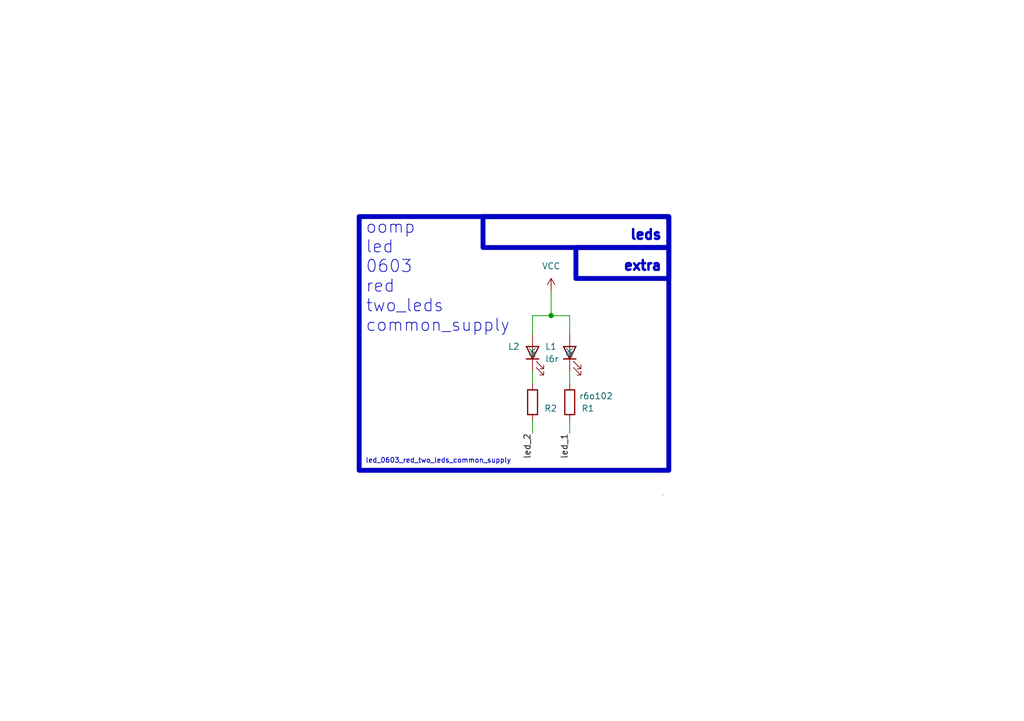
<source format=kicad_sch>
(kicad_sch (version 20230121) (generator eeschema)
  (paper "A5")
  (lib_symbols
    (symbol "oomlout_oomp_part_symbols:l6r_electronic_led_0603_red" (pin_numbers hide) (pin_names (offset 1.016))
      (property "Reference" "L" (at 0 2.54 0))
      (property "Value" "l6r_electronic_led_0603_red" (at 0 -2.54 0))
      (symbol "l6r_electronic_led_0603_red_0_1"
        (polyline (pts (xy -1.27 -1.27) (xy -1.27 1.27)) (stroke (width 0.254)))
        (polyline (pts (xy -1.27 0) (xy 1.27 0)))
        (polyline (pts (xy 1.27 -1.27) (xy 1.27 1.27) (xy -1.27 0) (xy 1.27 -1.27)) (stroke (width 0.254)))
        (polyline (pts (xy -3.048 -0.762) (xy -4.572 -2.286) (xy -3.81 -2.286) (xy -4.572 -2.286) (xy -4.572 -1.524)))
        (polyline (pts (xy -1.778 -0.762) (xy -3.302 -2.286) (xy -2.54 -2.286) (xy -3.302 -2.286) (xy -3.302 -1.524)))
      )
      (symbol "l6r_electronic_led_0603_red_1_1"
        (pin passive line (at -3.81 0 0) (length 2.54) (name "K") (number "1"))
        (pin passive line (at 3.81 0 180) (length 2.54) (name "A") (number "2"))
      )
    )
    (symbol "oomlout_oomp_part_symbols:r6o102_electronic_resistor_0603_1000_ohm" (pin_numbers hide) (pin_names (offset 0))
      (property "Reference" "R" (at 2.032 0 90))
      (property "Value" "r6o102_electronic_resistor_0603_1000_ohm" (at 0 0 90))
      (symbol "r6o102_electronic_resistor_0603_1000_ohm_0_1"
        (rectangle (start -1.016 -2.54) (end 1.016 2.54) (stroke (width 0.254)))
      )
      (symbol "r6o102_electronic_resistor_0603_1000_ohm_1_1"
        (pin passive line (at 0 3.81 270) (length 1.27) (name "~") (number "1"))
        (pin passive line (at 0 -3.81 90) (length 1.27) (name "~") (number "2"))
      )
    )
    (symbol "power:VCC" (power) (pin_names (offset 0))
      (property "Value" "VCC" (at 0 3.81 0))
      (symbol "VCC_0_1"
        (polyline (pts (xy -0.762 1.27) (xy 0 2.54)))
        (polyline (pts (xy 0 0) (xy 0 2.54)))
        (polyline (pts (xy 0 2.54) (xy 0.762 1.27)))
      )
      (symbol "VCC_1_1"
        (pin power_in line (at 0 0 90) (length 0) hide (name "VCC") (number "1"))
      )
    )
  )
  (junction (at 113.03 64.77))
  (wire (pts (xy 109.22 88.9) (xy 109.22 86.36)))
  (wire (pts (xy 116.84 78.74) (xy 116.84 76.2)))
  (wire (pts (xy 113.03 64.77) (xy 113.03 59.69)))
  (wire (pts (xy 116.84 68.58) (xy 116.84 64.77)))
  (wire (pts (xy 116.84 88.9) (xy 116.84 86.36)))
  (wire (pts (xy 109.22 78.74) (xy 109.22 76.2)))
  (wire (pts (xy 116.84 64.77) (xy 113.03 64.77)))
  (wire (pts (xy 109.22 68.58) (xy 109.22 64.77)))
  (wire (pts (xy 113.03 64.77) (xy 109.22 64.77)))
  (rectangle (start 99.06 44.45) (end 137.16 50.8) (stroke (width 1)))
  (rectangle (start 118.11 50.8) (end 137.16 57.15) (stroke (width 1)))
  (rectangle (start 135.89 101.6) (end 135.89 101.6))
  (rectangle (start 73.66 44.45) (end 137.16 96.52) (stroke (width 1)))
  (text "leds" (at 135.89 49.53 0) (effects (font (size 2 2) (thickness 0.8) bold) (justify right bottom)))
  (text "oomp\nled\n0603\nred\ntwo_leds\ncommon_supply\n\n" (at 74.93 72.39 0) (effects (font (size 2.5 2.5)) (justify left bottom)))
  (text "extra" (at 135.89 55.88 0) (effects (font (size 2 2) (thickness 0.8) bold) (justify right bottom)))
  (text "led_0603_red_two_leds_common_supply" (at 74.93 95.25 0) (effects (font (size 1 1)) (justify left bottom)))
  (label "led_1" (at 116.84 88.9 270))
  (label "led_2" (at 109.22 88.9 270))
  (symbol (lib_id "oomlout_oomp_part_symbols:r6o102_electronic_resistor_0603_1000_ohm") (at 116.84 82.55 0) (unit 1)
    (property "Reference" "R1" (at 121.92 83.82 0) (effects (justify right)))
    (property "Value" "r6o102" (at 125.73 81.28 0) (effects (justify right)))
    (property "Footprint" "r6o102_electronic_resistor_0603_1000_ohm" (effects hide))
    (property "Datasheet" "https://github.com/oomlout/oomlout_oomp_v3/parts/electronic_resistor_0603_1000_ohm/datasheet.pdf" (effects hide))
  )
  (symbol (lib_id "oomlout_oomp_part_symbols:l6r_electronic_led_0603_red") (at 109.22 72.39 90) (unit 1)
    (property "Reference" "L2" (at 104.14 71.12 90) (effects (justify right)))
    (property "Value" "l6r" (effects hide))
    (property "Footprint" "l6r_electronic_led_0603_red" (effects hide))
    (property "Datasheet" "https://github.com/oomlout/oomlout_oomp_v3/parts/electronic_led_0603_red/datasheet.pdf" (effects hide))
  )
  (symbol (lib_id "oomlout_oomp_part_symbols:l6r_electronic_led_0603_red") (at 116.84 72.39 90) (unit 1)
    (property "Reference" "L1" (at 111.76 71.12 90) (effects (justify right)))
    (property "Value" "l6r" (at 111.76 73.66 90) (effects (justify right)))
    (property "Footprint" "l6r_electronic_led_0603_red" (effects hide))
    (property "Datasheet" "https://github.com/oomlout/oomlout_oomp_v3/parts/electronic_led_0603_red/datasheet.pdf" (effects hide))
  )
  (symbol (lib_id "oomlout_oomp_part_symbols:r6o102_electronic_resistor_0603_1000_ohm") (at 109.22 82.55 0) (unit 1)
    (property "Reference" "R2" (at 114.3 83.82 0) (effects (justify right)))
    (property "Value" "r6o102" (effects hide))
    (property "Footprint" "r6o102_electronic_resistor_0603_1000_ohm" (effects hide))
    (property "Datasheet" "https://github.com/oomlout/oomlout_oomp_v3/parts/electronic_resistor_0603_1000_ohm/datasheet.pdf" (effects hide))
  )
  (symbol (lib_id "power:VCC") (at 113.03 59.69 0) (unit 1)
    (property "Reference" "#PWR01" (effects hide))
    (property "Value" "VCC" (at 113.03 54.61 0))
  )
)
</source>
